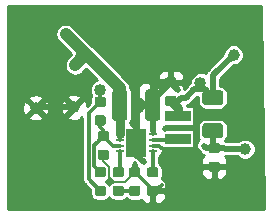
<source format=gbr>
G04 #@! TF.GenerationSoftware,KiCad,Pcbnew,5.0.2-bee76a0~70~ubuntu18.04.1*
G04 #@! TF.CreationDate,2019-11-23T09:43:01-08:00*
G04 #@! TF.ProjectId,switcher,73776974-6368-4657-922e-6b696361645f,rev?*
G04 #@! TF.SameCoordinates,Original*
G04 #@! TF.FileFunction,Copper,L1,Top*
G04 #@! TF.FilePolarity,Positive*
%FSLAX46Y46*%
G04 Gerber Fmt 4.6, Leading zero omitted, Abs format (unit mm)*
G04 Created by KiCad (PCBNEW 5.0.2-bee76a0~70~ubuntu18.04.1) date Sat 23 Nov 2019 09:43:01 AM PST*
%MOMM*%
%LPD*%
G01*
G04 APERTURE LIST*
G04 #@! TA.AperFunction,ComponentPad*
%ADD10C,1.000000*%
G04 #@! TD*
G04 #@! TA.AperFunction,Conductor*
%ADD11C,0.100000*%
G04 #@! TD*
G04 #@! TA.AperFunction,SMDPad,CuDef*
%ADD12C,0.875000*%
G04 #@! TD*
G04 #@! TA.AperFunction,SMDPad,CuDef*
%ADD13R,2.300000X0.850000*%
G04 #@! TD*
G04 #@! TA.AperFunction,SMDPad,CuDef*
%ADD14C,1.250000*%
G04 #@! TD*
G04 #@! TA.AperFunction,SMDPad,CuDef*
%ADD15R,1.660000X2.380000*%
G04 #@! TD*
G04 #@! TA.AperFunction,SMDPad,CuDef*
%ADD16R,0.700000X0.250000*%
G04 #@! TD*
G04 #@! TA.AperFunction,ViaPad*
%ADD17C,1.016000*%
G04 #@! TD*
G04 #@! TA.AperFunction,Conductor*
%ADD18C,0.508000*%
G04 #@! TD*
G04 #@! TA.AperFunction,Conductor*
%ADD19C,0.304800*%
G04 #@! TD*
G04 #@! TA.AperFunction,Conductor*
%ADD20C,1.270000*%
G04 #@! TD*
G04 #@! TA.AperFunction,Conductor*
%ADD21C,0.203200*%
G04 #@! TD*
G04 #@! TA.AperFunction,Conductor*
%ADD22C,0.762000*%
G04 #@! TD*
G04 #@! TA.AperFunction,Conductor*
%ADD23C,1.016000*%
G04 #@! TD*
G04 #@! TA.AperFunction,Conductor*
%ADD24C,0.254000*%
G04 #@! TD*
G04 APERTURE END LIST*
D10*
G04 #@! TO.P,GND,1*
G04 #@! TO.N,GND*
X78750000Y-84250000D03*
G04 #@! TD*
G04 #@! TO.P,VCore,1*
G04 #@! TO.N,Net-(C10-Pad1)*
X95500000Y-79750000D03*
G04 #@! TD*
G04 #@! TO.P,VPLL,1*
G04 #@! TO.N,Net-(C11-Pad1)*
X96500000Y-87750000D03*
G04 #@! TD*
D11*
G04 #@! TO.N,Net-(C4-Pad1)*
G04 #@! TO.C,C4*
G36*
X87418691Y-90844053D02*
X87439926Y-90847203D01*
X87460750Y-90852419D01*
X87480962Y-90859651D01*
X87500368Y-90868830D01*
X87518781Y-90879866D01*
X87536024Y-90892654D01*
X87551930Y-90907070D01*
X87566346Y-90922976D01*
X87579134Y-90940219D01*
X87590170Y-90958632D01*
X87599349Y-90978038D01*
X87606581Y-90998250D01*
X87611797Y-91019074D01*
X87614947Y-91040309D01*
X87616000Y-91061750D01*
X87616000Y-91499250D01*
X87614947Y-91520691D01*
X87611797Y-91541926D01*
X87606581Y-91562750D01*
X87599349Y-91582962D01*
X87590170Y-91602368D01*
X87579134Y-91620781D01*
X87566346Y-91638024D01*
X87551930Y-91653930D01*
X87536024Y-91668346D01*
X87518781Y-91681134D01*
X87500368Y-91692170D01*
X87480962Y-91701349D01*
X87460750Y-91708581D01*
X87439926Y-91713797D01*
X87418691Y-91716947D01*
X87397250Y-91718000D01*
X86884750Y-91718000D01*
X86863309Y-91716947D01*
X86842074Y-91713797D01*
X86821250Y-91708581D01*
X86801038Y-91701349D01*
X86781632Y-91692170D01*
X86763219Y-91681134D01*
X86745976Y-91668346D01*
X86730070Y-91653930D01*
X86715654Y-91638024D01*
X86702866Y-91620781D01*
X86691830Y-91602368D01*
X86682651Y-91582962D01*
X86675419Y-91562750D01*
X86670203Y-91541926D01*
X86667053Y-91520691D01*
X86666000Y-91499250D01*
X86666000Y-91061750D01*
X86667053Y-91040309D01*
X86670203Y-91019074D01*
X86675419Y-90998250D01*
X86682651Y-90978038D01*
X86691830Y-90958632D01*
X86702866Y-90940219D01*
X86715654Y-90922976D01*
X86730070Y-90907070D01*
X86745976Y-90892654D01*
X86763219Y-90879866D01*
X86781632Y-90868830D01*
X86801038Y-90859651D01*
X86821250Y-90852419D01*
X86842074Y-90847203D01*
X86863309Y-90844053D01*
X86884750Y-90843000D01*
X87397250Y-90843000D01*
X87418691Y-90844053D01*
X87418691Y-90844053D01*
G37*
D12*
G04 #@! TD*
G04 #@! TO.P,C4,1*
G04 #@! TO.N,Net-(C4-Pad1)*
X87141000Y-91280500D03*
D11*
G04 #@! TO.N,GND*
G04 #@! TO.C,C4*
G36*
X87418691Y-89269053D02*
X87439926Y-89272203D01*
X87460750Y-89277419D01*
X87480962Y-89284651D01*
X87500368Y-89293830D01*
X87518781Y-89304866D01*
X87536024Y-89317654D01*
X87551930Y-89332070D01*
X87566346Y-89347976D01*
X87579134Y-89365219D01*
X87590170Y-89383632D01*
X87599349Y-89403038D01*
X87606581Y-89423250D01*
X87611797Y-89444074D01*
X87614947Y-89465309D01*
X87616000Y-89486750D01*
X87616000Y-89924250D01*
X87614947Y-89945691D01*
X87611797Y-89966926D01*
X87606581Y-89987750D01*
X87599349Y-90007962D01*
X87590170Y-90027368D01*
X87579134Y-90045781D01*
X87566346Y-90063024D01*
X87551930Y-90078930D01*
X87536024Y-90093346D01*
X87518781Y-90106134D01*
X87500368Y-90117170D01*
X87480962Y-90126349D01*
X87460750Y-90133581D01*
X87439926Y-90138797D01*
X87418691Y-90141947D01*
X87397250Y-90143000D01*
X86884750Y-90143000D01*
X86863309Y-90141947D01*
X86842074Y-90138797D01*
X86821250Y-90133581D01*
X86801038Y-90126349D01*
X86781632Y-90117170D01*
X86763219Y-90106134D01*
X86745976Y-90093346D01*
X86730070Y-90078930D01*
X86715654Y-90063024D01*
X86702866Y-90045781D01*
X86691830Y-90027368D01*
X86682651Y-90007962D01*
X86675419Y-89987750D01*
X86670203Y-89966926D01*
X86667053Y-89945691D01*
X86666000Y-89924250D01*
X86666000Y-89486750D01*
X86667053Y-89465309D01*
X86670203Y-89444074D01*
X86675419Y-89423250D01*
X86682651Y-89403038D01*
X86691830Y-89383632D01*
X86702866Y-89365219D01*
X86715654Y-89347976D01*
X86730070Y-89332070D01*
X86745976Y-89317654D01*
X86763219Y-89304866D01*
X86781632Y-89293830D01*
X86801038Y-89284651D01*
X86821250Y-89277419D01*
X86842074Y-89272203D01*
X86863309Y-89269053D01*
X86884750Y-89268000D01*
X87397250Y-89268000D01*
X87418691Y-89269053D01*
X87418691Y-89269053D01*
G37*
D12*
G04 #@! TD*
G04 #@! TO.P,C4,2*
G04 #@! TO.N,GND*
X87141000Y-89705500D03*
D11*
G04 #@! TO.N,Net-(C9-Pad2)*
G04 #@! TO.C,C9*
G36*
X84497691Y-89269053D02*
X84518926Y-89272203D01*
X84539750Y-89277419D01*
X84559962Y-89284651D01*
X84579368Y-89293830D01*
X84597781Y-89304866D01*
X84615024Y-89317654D01*
X84630930Y-89332070D01*
X84645346Y-89347976D01*
X84658134Y-89365219D01*
X84669170Y-89383632D01*
X84678349Y-89403038D01*
X84685581Y-89423250D01*
X84690797Y-89444074D01*
X84693947Y-89465309D01*
X84695000Y-89486750D01*
X84695000Y-89924250D01*
X84693947Y-89945691D01*
X84690797Y-89966926D01*
X84685581Y-89987750D01*
X84678349Y-90007962D01*
X84669170Y-90027368D01*
X84658134Y-90045781D01*
X84645346Y-90063024D01*
X84630930Y-90078930D01*
X84615024Y-90093346D01*
X84597781Y-90106134D01*
X84579368Y-90117170D01*
X84559962Y-90126349D01*
X84539750Y-90133581D01*
X84518926Y-90138797D01*
X84497691Y-90141947D01*
X84476250Y-90143000D01*
X83963750Y-90143000D01*
X83942309Y-90141947D01*
X83921074Y-90138797D01*
X83900250Y-90133581D01*
X83880038Y-90126349D01*
X83860632Y-90117170D01*
X83842219Y-90106134D01*
X83824976Y-90093346D01*
X83809070Y-90078930D01*
X83794654Y-90063024D01*
X83781866Y-90045781D01*
X83770830Y-90027368D01*
X83761651Y-90007962D01*
X83754419Y-89987750D01*
X83749203Y-89966926D01*
X83746053Y-89945691D01*
X83745000Y-89924250D01*
X83745000Y-89486750D01*
X83746053Y-89465309D01*
X83749203Y-89444074D01*
X83754419Y-89423250D01*
X83761651Y-89403038D01*
X83770830Y-89383632D01*
X83781866Y-89365219D01*
X83794654Y-89347976D01*
X83809070Y-89332070D01*
X83824976Y-89317654D01*
X83842219Y-89304866D01*
X83860632Y-89293830D01*
X83880038Y-89284651D01*
X83900250Y-89277419D01*
X83921074Y-89272203D01*
X83942309Y-89269053D01*
X83963750Y-89268000D01*
X84476250Y-89268000D01*
X84497691Y-89269053D01*
X84497691Y-89269053D01*
G37*
D12*
G04 #@! TD*
G04 #@! TO.P,C9,2*
G04 #@! TO.N,Net-(C9-Pad2)*
X84220000Y-89705500D03*
D11*
G04 #@! TO.N,Net-(C10-Pad1)*
G04 #@! TO.C,C9*
G36*
X84497691Y-90844053D02*
X84518926Y-90847203D01*
X84539750Y-90852419D01*
X84559962Y-90859651D01*
X84579368Y-90868830D01*
X84597781Y-90879866D01*
X84615024Y-90892654D01*
X84630930Y-90907070D01*
X84645346Y-90922976D01*
X84658134Y-90940219D01*
X84669170Y-90958632D01*
X84678349Y-90978038D01*
X84685581Y-90998250D01*
X84690797Y-91019074D01*
X84693947Y-91040309D01*
X84695000Y-91061750D01*
X84695000Y-91499250D01*
X84693947Y-91520691D01*
X84690797Y-91541926D01*
X84685581Y-91562750D01*
X84678349Y-91582962D01*
X84669170Y-91602368D01*
X84658134Y-91620781D01*
X84645346Y-91638024D01*
X84630930Y-91653930D01*
X84615024Y-91668346D01*
X84597781Y-91681134D01*
X84579368Y-91692170D01*
X84559962Y-91701349D01*
X84539750Y-91708581D01*
X84518926Y-91713797D01*
X84497691Y-91716947D01*
X84476250Y-91718000D01*
X83963750Y-91718000D01*
X83942309Y-91716947D01*
X83921074Y-91713797D01*
X83900250Y-91708581D01*
X83880038Y-91701349D01*
X83860632Y-91692170D01*
X83842219Y-91681134D01*
X83824976Y-91668346D01*
X83809070Y-91653930D01*
X83794654Y-91638024D01*
X83781866Y-91620781D01*
X83770830Y-91602368D01*
X83761651Y-91582962D01*
X83754419Y-91562750D01*
X83749203Y-91541926D01*
X83746053Y-91520691D01*
X83745000Y-91499250D01*
X83745000Y-91061750D01*
X83746053Y-91040309D01*
X83749203Y-91019074D01*
X83754419Y-90998250D01*
X83761651Y-90978038D01*
X83770830Y-90958632D01*
X83781866Y-90940219D01*
X83794654Y-90922976D01*
X83809070Y-90907070D01*
X83824976Y-90892654D01*
X83842219Y-90879866D01*
X83860632Y-90868830D01*
X83880038Y-90859651D01*
X83900250Y-90852419D01*
X83921074Y-90847203D01*
X83942309Y-90844053D01*
X83963750Y-90843000D01*
X84476250Y-90843000D01*
X84497691Y-90844053D01*
X84497691Y-90844053D01*
G37*
D12*
G04 #@! TD*
G04 #@! TO.P,C9,1*
G04 #@! TO.N,Net-(C10-Pad1)*
X84220000Y-91280500D03*
D13*
G04 #@! TO.P,L1,2*
G04 #@! TO.N,Net-(C10-Pad1)*
X90824000Y-84946000D03*
G04 #@! TO.P,L1,1*
G04 #@! TO.N,Net-(L1-Pad1)*
X90824000Y-86896000D03*
G04 #@! TD*
D11*
G04 #@! TO.N,Net-(C11-Pad1)*
G04 #@! TO.C,L2*
G36*
X94394504Y-85554204D02*
X94418773Y-85557804D01*
X94442571Y-85563765D01*
X94465671Y-85572030D01*
X94487849Y-85582520D01*
X94508893Y-85595133D01*
X94528598Y-85609747D01*
X94546777Y-85626223D01*
X94563253Y-85644402D01*
X94577867Y-85664107D01*
X94590480Y-85685151D01*
X94600970Y-85707329D01*
X94609235Y-85730429D01*
X94615196Y-85754227D01*
X94618796Y-85778496D01*
X94620000Y-85803000D01*
X94620000Y-86553000D01*
X94618796Y-86577504D01*
X94615196Y-86601773D01*
X94609235Y-86625571D01*
X94600970Y-86648671D01*
X94590480Y-86670849D01*
X94577867Y-86691893D01*
X94563253Y-86711598D01*
X94546777Y-86729777D01*
X94528598Y-86746253D01*
X94508893Y-86760867D01*
X94487849Y-86773480D01*
X94465671Y-86783970D01*
X94442571Y-86792235D01*
X94418773Y-86798196D01*
X94394504Y-86801796D01*
X94370000Y-86803000D01*
X93120000Y-86803000D01*
X93095496Y-86801796D01*
X93071227Y-86798196D01*
X93047429Y-86792235D01*
X93024329Y-86783970D01*
X93002151Y-86773480D01*
X92981107Y-86760867D01*
X92961402Y-86746253D01*
X92943223Y-86729777D01*
X92926747Y-86711598D01*
X92912133Y-86691893D01*
X92899520Y-86670849D01*
X92889030Y-86648671D01*
X92880765Y-86625571D01*
X92874804Y-86601773D01*
X92871204Y-86577504D01*
X92870000Y-86553000D01*
X92870000Y-85803000D01*
X92871204Y-85778496D01*
X92874804Y-85754227D01*
X92880765Y-85730429D01*
X92889030Y-85707329D01*
X92899520Y-85685151D01*
X92912133Y-85664107D01*
X92926747Y-85644402D01*
X92943223Y-85626223D01*
X92961402Y-85609747D01*
X92981107Y-85595133D01*
X93002151Y-85582520D01*
X93024329Y-85572030D01*
X93047429Y-85563765D01*
X93071227Y-85557804D01*
X93095496Y-85554204D01*
X93120000Y-85553000D01*
X94370000Y-85553000D01*
X94394504Y-85554204D01*
X94394504Y-85554204D01*
G37*
D14*
G04 #@! TD*
G04 #@! TO.P,L2,2*
G04 #@! TO.N,Net-(C11-Pad1)*
X93745000Y-86178000D03*
D11*
G04 #@! TO.N,Net-(C10-Pad1)*
G04 #@! TO.C,L2*
G36*
X94394504Y-82754204D02*
X94418773Y-82757804D01*
X94442571Y-82763765D01*
X94465671Y-82772030D01*
X94487849Y-82782520D01*
X94508893Y-82795133D01*
X94528598Y-82809747D01*
X94546777Y-82826223D01*
X94563253Y-82844402D01*
X94577867Y-82864107D01*
X94590480Y-82885151D01*
X94600970Y-82907329D01*
X94609235Y-82930429D01*
X94615196Y-82954227D01*
X94618796Y-82978496D01*
X94620000Y-83003000D01*
X94620000Y-83753000D01*
X94618796Y-83777504D01*
X94615196Y-83801773D01*
X94609235Y-83825571D01*
X94600970Y-83848671D01*
X94590480Y-83870849D01*
X94577867Y-83891893D01*
X94563253Y-83911598D01*
X94546777Y-83929777D01*
X94528598Y-83946253D01*
X94508893Y-83960867D01*
X94487849Y-83973480D01*
X94465671Y-83983970D01*
X94442571Y-83992235D01*
X94418773Y-83998196D01*
X94394504Y-84001796D01*
X94370000Y-84003000D01*
X93120000Y-84003000D01*
X93095496Y-84001796D01*
X93071227Y-83998196D01*
X93047429Y-83992235D01*
X93024329Y-83983970D01*
X93002151Y-83973480D01*
X92981107Y-83960867D01*
X92961402Y-83946253D01*
X92943223Y-83929777D01*
X92926747Y-83911598D01*
X92912133Y-83891893D01*
X92899520Y-83870849D01*
X92889030Y-83848671D01*
X92880765Y-83825571D01*
X92874804Y-83801773D01*
X92871204Y-83777504D01*
X92870000Y-83753000D01*
X92870000Y-83003000D01*
X92871204Y-82978496D01*
X92874804Y-82954227D01*
X92880765Y-82930429D01*
X92889030Y-82907329D01*
X92899520Y-82885151D01*
X92912133Y-82864107D01*
X92926747Y-82844402D01*
X92943223Y-82826223D01*
X92961402Y-82809747D01*
X92981107Y-82795133D01*
X93002151Y-82782520D01*
X93024329Y-82772030D01*
X93047429Y-82763765D01*
X93071227Y-82757804D01*
X93095496Y-82754204D01*
X93120000Y-82753000D01*
X94370000Y-82753000D01*
X94394504Y-82754204D01*
X94394504Y-82754204D01*
G37*
D14*
G04 #@! TD*
G04 #@! TO.P,L2,1*
G04 #@! TO.N,Net-(C10-Pad1)*
X93745000Y-83378000D03*
D11*
G04 #@! TO.N,Net-(C4-Pad1)*
G04 #@! TO.C,R2*
G36*
X86027691Y-90844053D02*
X86048926Y-90847203D01*
X86069750Y-90852419D01*
X86089962Y-90859651D01*
X86109368Y-90868830D01*
X86127781Y-90879866D01*
X86145024Y-90892654D01*
X86160930Y-90907070D01*
X86175346Y-90922976D01*
X86188134Y-90940219D01*
X86199170Y-90958632D01*
X86208349Y-90978038D01*
X86215581Y-90998250D01*
X86220797Y-91019074D01*
X86223947Y-91040309D01*
X86225000Y-91061750D01*
X86225000Y-91499250D01*
X86223947Y-91520691D01*
X86220797Y-91541926D01*
X86215581Y-91562750D01*
X86208349Y-91582962D01*
X86199170Y-91602368D01*
X86188134Y-91620781D01*
X86175346Y-91638024D01*
X86160930Y-91653930D01*
X86145024Y-91668346D01*
X86127781Y-91681134D01*
X86109368Y-91692170D01*
X86089962Y-91701349D01*
X86069750Y-91708581D01*
X86048926Y-91713797D01*
X86027691Y-91716947D01*
X86006250Y-91718000D01*
X85493750Y-91718000D01*
X85472309Y-91716947D01*
X85451074Y-91713797D01*
X85430250Y-91708581D01*
X85410038Y-91701349D01*
X85390632Y-91692170D01*
X85372219Y-91681134D01*
X85354976Y-91668346D01*
X85339070Y-91653930D01*
X85324654Y-91638024D01*
X85311866Y-91620781D01*
X85300830Y-91602368D01*
X85291651Y-91582962D01*
X85284419Y-91562750D01*
X85279203Y-91541926D01*
X85276053Y-91520691D01*
X85275000Y-91499250D01*
X85275000Y-91061750D01*
X85276053Y-91040309D01*
X85279203Y-91019074D01*
X85284419Y-90998250D01*
X85291651Y-90978038D01*
X85300830Y-90958632D01*
X85311866Y-90940219D01*
X85324654Y-90922976D01*
X85339070Y-90907070D01*
X85354976Y-90892654D01*
X85372219Y-90879866D01*
X85390632Y-90868830D01*
X85410038Y-90859651D01*
X85430250Y-90852419D01*
X85451074Y-90847203D01*
X85472309Y-90844053D01*
X85493750Y-90843000D01*
X86006250Y-90843000D01*
X86027691Y-90844053D01*
X86027691Y-90844053D01*
G37*
D12*
G04 #@! TD*
G04 #@! TO.P,R2,1*
G04 #@! TO.N,Net-(C4-Pad1)*
X85750000Y-91280500D03*
D11*
G04 #@! TO.N,Net-(R2-Pad2)*
G04 #@! TO.C,R2*
G36*
X86027691Y-89269053D02*
X86048926Y-89272203D01*
X86069750Y-89277419D01*
X86089962Y-89284651D01*
X86109368Y-89293830D01*
X86127781Y-89304866D01*
X86145024Y-89317654D01*
X86160930Y-89332070D01*
X86175346Y-89347976D01*
X86188134Y-89365219D01*
X86199170Y-89383632D01*
X86208349Y-89403038D01*
X86215581Y-89423250D01*
X86220797Y-89444074D01*
X86223947Y-89465309D01*
X86225000Y-89486750D01*
X86225000Y-89924250D01*
X86223947Y-89945691D01*
X86220797Y-89966926D01*
X86215581Y-89987750D01*
X86208349Y-90007962D01*
X86199170Y-90027368D01*
X86188134Y-90045781D01*
X86175346Y-90063024D01*
X86160930Y-90078930D01*
X86145024Y-90093346D01*
X86127781Y-90106134D01*
X86109368Y-90117170D01*
X86089962Y-90126349D01*
X86069750Y-90133581D01*
X86048926Y-90138797D01*
X86027691Y-90141947D01*
X86006250Y-90143000D01*
X85493750Y-90143000D01*
X85472309Y-90141947D01*
X85451074Y-90138797D01*
X85430250Y-90133581D01*
X85410038Y-90126349D01*
X85390632Y-90117170D01*
X85372219Y-90106134D01*
X85354976Y-90093346D01*
X85339070Y-90078930D01*
X85324654Y-90063024D01*
X85311866Y-90045781D01*
X85300830Y-90027368D01*
X85291651Y-90007962D01*
X85284419Y-89987750D01*
X85279203Y-89966926D01*
X85276053Y-89945691D01*
X85275000Y-89924250D01*
X85275000Y-89486750D01*
X85276053Y-89465309D01*
X85279203Y-89444074D01*
X85284419Y-89423250D01*
X85291651Y-89403038D01*
X85300830Y-89383632D01*
X85311866Y-89365219D01*
X85324654Y-89347976D01*
X85339070Y-89332070D01*
X85354976Y-89317654D01*
X85372219Y-89304866D01*
X85390632Y-89293830D01*
X85410038Y-89284651D01*
X85430250Y-89277419D01*
X85451074Y-89272203D01*
X85472309Y-89269053D01*
X85493750Y-89268000D01*
X86006250Y-89268000D01*
X86027691Y-89269053D01*
X86027691Y-89269053D01*
G37*
D12*
G04 #@! TD*
G04 #@! TO.P,R2,2*
G04 #@! TO.N,Net-(R2-Pad2)*
X85750000Y-89705500D03*
D11*
G04 #@! TO.N,Net-(R3-Pad2)*
G04 #@! TO.C,R3*
G36*
X88942691Y-89269053D02*
X88963926Y-89272203D01*
X88984750Y-89277419D01*
X89004962Y-89284651D01*
X89024368Y-89293830D01*
X89042781Y-89304866D01*
X89060024Y-89317654D01*
X89075930Y-89332070D01*
X89090346Y-89347976D01*
X89103134Y-89365219D01*
X89114170Y-89383632D01*
X89123349Y-89403038D01*
X89130581Y-89423250D01*
X89135797Y-89444074D01*
X89138947Y-89465309D01*
X89140000Y-89486750D01*
X89140000Y-89924250D01*
X89138947Y-89945691D01*
X89135797Y-89966926D01*
X89130581Y-89987750D01*
X89123349Y-90007962D01*
X89114170Y-90027368D01*
X89103134Y-90045781D01*
X89090346Y-90063024D01*
X89075930Y-90078930D01*
X89060024Y-90093346D01*
X89042781Y-90106134D01*
X89024368Y-90117170D01*
X89004962Y-90126349D01*
X88984750Y-90133581D01*
X88963926Y-90138797D01*
X88942691Y-90141947D01*
X88921250Y-90143000D01*
X88408750Y-90143000D01*
X88387309Y-90141947D01*
X88366074Y-90138797D01*
X88345250Y-90133581D01*
X88325038Y-90126349D01*
X88305632Y-90117170D01*
X88287219Y-90106134D01*
X88269976Y-90093346D01*
X88254070Y-90078930D01*
X88239654Y-90063024D01*
X88226866Y-90045781D01*
X88215830Y-90027368D01*
X88206651Y-90007962D01*
X88199419Y-89987750D01*
X88194203Y-89966926D01*
X88191053Y-89945691D01*
X88190000Y-89924250D01*
X88190000Y-89486750D01*
X88191053Y-89465309D01*
X88194203Y-89444074D01*
X88199419Y-89423250D01*
X88206651Y-89403038D01*
X88215830Y-89383632D01*
X88226866Y-89365219D01*
X88239654Y-89347976D01*
X88254070Y-89332070D01*
X88269976Y-89317654D01*
X88287219Y-89304866D01*
X88305632Y-89293830D01*
X88325038Y-89284651D01*
X88345250Y-89277419D01*
X88366074Y-89272203D01*
X88387309Y-89269053D01*
X88408750Y-89268000D01*
X88921250Y-89268000D01*
X88942691Y-89269053D01*
X88942691Y-89269053D01*
G37*
D12*
G04 #@! TD*
G04 #@! TO.P,R3,2*
G04 #@! TO.N,Net-(R3-Pad2)*
X88665000Y-89705500D03*
D11*
G04 #@! TO.N,GND*
G04 #@! TO.C,R3*
G36*
X88942691Y-90844053D02*
X88963926Y-90847203D01*
X88984750Y-90852419D01*
X89004962Y-90859651D01*
X89024368Y-90868830D01*
X89042781Y-90879866D01*
X89060024Y-90892654D01*
X89075930Y-90907070D01*
X89090346Y-90922976D01*
X89103134Y-90940219D01*
X89114170Y-90958632D01*
X89123349Y-90978038D01*
X89130581Y-90998250D01*
X89135797Y-91019074D01*
X89138947Y-91040309D01*
X89140000Y-91061750D01*
X89140000Y-91499250D01*
X89138947Y-91520691D01*
X89135797Y-91541926D01*
X89130581Y-91562750D01*
X89123349Y-91582962D01*
X89114170Y-91602368D01*
X89103134Y-91620781D01*
X89090346Y-91638024D01*
X89075930Y-91653930D01*
X89060024Y-91668346D01*
X89042781Y-91681134D01*
X89024368Y-91692170D01*
X89004962Y-91701349D01*
X88984750Y-91708581D01*
X88963926Y-91713797D01*
X88942691Y-91716947D01*
X88921250Y-91718000D01*
X88408750Y-91718000D01*
X88387309Y-91716947D01*
X88366074Y-91713797D01*
X88345250Y-91708581D01*
X88325038Y-91701349D01*
X88305632Y-91692170D01*
X88287219Y-91681134D01*
X88269976Y-91668346D01*
X88254070Y-91653930D01*
X88239654Y-91638024D01*
X88226866Y-91620781D01*
X88215830Y-91602368D01*
X88206651Y-91582962D01*
X88199419Y-91562750D01*
X88194203Y-91541926D01*
X88191053Y-91520691D01*
X88190000Y-91499250D01*
X88190000Y-91061750D01*
X88191053Y-91040309D01*
X88194203Y-91019074D01*
X88199419Y-90998250D01*
X88206651Y-90978038D01*
X88215830Y-90958632D01*
X88226866Y-90940219D01*
X88239654Y-90922976D01*
X88254070Y-90907070D01*
X88269976Y-90892654D01*
X88287219Y-90879866D01*
X88305632Y-90868830D01*
X88325038Y-90859651D01*
X88345250Y-90852419D01*
X88366074Y-90847203D01*
X88387309Y-90844053D01*
X88408750Y-90843000D01*
X88921250Y-90843000D01*
X88942691Y-90844053D01*
X88942691Y-90844053D01*
G37*
D12*
G04 #@! TD*
G04 #@! TO.P,R3,1*
G04 #@! TO.N,GND*
X88665000Y-91280500D03*
D11*
G04 #@! TO.N,GND*
G04 #@! TO.C,R4*
G36*
X84751691Y-87796053D02*
X84772926Y-87799203D01*
X84793750Y-87804419D01*
X84813962Y-87811651D01*
X84833368Y-87820830D01*
X84851781Y-87831866D01*
X84869024Y-87844654D01*
X84884930Y-87859070D01*
X84899346Y-87874976D01*
X84912134Y-87892219D01*
X84923170Y-87910632D01*
X84932349Y-87930038D01*
X84939581Y-87950250D01*
X84944797Y-87971074D01*
X84947947Y-87992309D01*
X84949000Y-88013750D01*
X84949000Y-88451250D01*
X84947947Y-88472691D01*
X84944797Y-88493926D01*
X84939581Y-88514750D01*
X84932349Y-88534962D01*
X84923170Y-88554368D01*
X84912134Y-88572781D01*
X84899346Y-88590024D01*
X84884930Y-88605930D01*
X84869024Y-88620346D01*
X84851781Y-88633134D01*
X84833368Y-88644170D01*
X84813962Y-88653349D01*
X84793750Y-88660581D01*
X84772926Y-88665797D01*
X84751691Y-88668947D01*
X84730250Y-88670000D01*
X84217750Y-88670000D01*
X84196309Y-88668947D01*
X84175074Y-88665797D01*
X84154250Y-88660581D01*
X84134038Y-88653349D01*
X84114632Y-88644170D01*
X84096219Y-88633134D01*
X84078976Y-88620346D01*
X84063070Y-88605930D01*
X84048654Y-88590024D01*
X84035866Y-88572781D01*
X84024830Y-88554368D01*
X84015651Y-88534962D01*
X84008419Y-88514750D01*
X84003203Y-88493926D01*
X84000053Y-88472691D01*
X83999000Y-88451250D01*
X83999000Y-88013750D01*
X84000053Y-87992309D01*
X84003203Y-87971074D01*
X84008419Y-87950250D01*
X84015651Y-87930038D01*
X84024830Y-87910632D01*
X84035866Y-87892219D01*
X84048654Y-87874976D01*
X84063070Y-87859070D01*
X84078976Y-87844654D01*
X84096219Y-87831866D01*
X84114632Y-87820830D01*
X84134038Y-87811651D01*
X84154250Y-87804419D01*
X84175074Y-87799203D01*
X84196309Y-87796053D01*
X84217750Y-87795000D01*
X84730250Y-87795000D01*
X84751691Y-87796053D01*
X84751691Y-87796053D01*
G37*
D12*
G04 #@! TD*
G04 #@! TO.P,R4,1*
G04 #@! TO.N,GND*
X84474000Y-88232500D03*
D11*
G04 #@! TO.N,Net-(C9-Pad2)*
G04 #@! TO.C,R4*
G36*
X84751691Y-86221053D02*
X84772926Y-86224203D01*
X84793750Y-86229419D01*
X84813962Y-86236651D01*
X84833368Y-86245830D01*
X84851781Y-86256866D01*
X84869024Y-86269654D01*
X84884930Y-86284070D01*
X84899346Y-86299976D01*
X84912134Y-86317219D01*
X84923170Y-86335632D01*
X84932349Y-86355038D01*
X84939581Y-86375250D01*
X84944797Y-86396074D01*
X84947947Y-86417309D01*
X84949000Y-86438750D01*
X84949000Y-86876250D01*
X84947947Y-86897691D01*
X84944797Y-86918926D01*
X84939581Y-86939750D01*
X84932349Y-86959962D01*
X84923170Y-86979368D01*
X84912134Y-86997781D01*
X84899346Y-87015024D01*
X84884930Y-87030930D01*
X84869024Y-87045346D01*
X84851781Y-87058134D01*
X84833368Y-87069170D01*
X84813962Y-87078349D01*
X84793750Y-87085581D01*
X84772926Y-87090797D01*
X84751691Y-87093947D01*
X84730250Y-87095000D01*
X84217750Y-87095000D01*
X84196309Y-87093947D01*
X84175074Y-87090797D01*
X84154250Y-87085581D01*
X84134038Y-87078349D01*
X84114632Y-87069170D01*
X84096219Y-87058134D01*
X84078976Y-87045346D01*
X84063070Y-87030930D01*
X84048654Y-87015024D01*
X84035866Y-86997781D01*
X84024830Y-86979368D01*
X84015651Y-86959962D01*
X84008419Y-86939750D01*
X84003203Y-86918926D01*
X84000053Y-86897691D01*
X83999000Y-86876250D01*
X83999000Y-86438750D01*
X84000053Y-86417309D01*
X84003203Y-86396074D01*
X84008419Y-86375250D01*
X84015651Y-86355038D01*
X84024830Y-86335632D01*
X84035866Y-86317219D01*
X84048654Y-86299976D01*
X84063070Y-86284070D01*
X84078976Y-86269654D01*
X84096219Y-86256866D01*
X84114632Y-86245830D01*
X84134038Y-86236651D01*
X84154250Y-86229419D01*
X84175074Y-86224203D01*
X84196309Y-86221053D01*
X84217750Y-86220000D01*
X84730250Y-86220000D01*
X84751691Y-86221053D01*
X84751691Y-86221053D01*
G37*
D12*
G04 #@! TD*
G04 #@! TO.P,R4,2*
G04 #@! TO.N,Net-(C9-Pad2)*
X84474000Y-86657500D03*
D11*
G04 #@! TO.N,Net-(C9-Pad2)*
G04 #@! TO.C,R5*
G36*
X84497691Y-84875053D02*
X84518926Y-84878203D01*
X84539750Y-84883419D01*
X84559962Y-84890651D01*
X84579368Y-84899830D01*
X84597781Y-84910866D01*
X84615024Y-84923654D01*
X84630930Y-84938070D01*
X84645346Y-84953976D01*
X84658134Y-84971219D01*
X84669170Y-84989632D01*
X84678349Y-85009038D01*
X84685581Y-85029250D01*
X84690797Y-85050074D01*
X84693947Y-85071309D01*
X84695000Y-85092750D01*
X84695000Y-85530250D01*
X84693947Y-85551691D01*
X84690797Y-85572926D01*
X84685581Y-85593750D01*
X84678349Y-85613962D01*
X84669170Y-85633368D01*
X84658134Y-85651781D01*
X84645346Y-85669024D01*
X84630930Y-85684930D01*
X84615024Y-85699346D01*
X84597781Y-85712134D01*
X84579368Y-85723170D01*
X84559962Y-85732349D01*
X84539750Y-85739581D01*
X84518926Y-85744797D01*
X84497691Y-85747947D01*
X84476250Y-85749000D01*
X83963750Y-85749000D01*
X83942309Y-85747947D01*
X83921074Y-85744797D01*
X83900250Y-85739581D01*
X83880038Y-85732349D01*
X83860632Y-85723170D01*
X83842219Y-85712134D01*
X83824976Y-85699346D01*
X83809070Y-85684930D01*
X83794654Y-85669024D01*
X83781866Y-85651781D01*
X83770830Y-85633368D01*
X83761651Y-85613962D01*
X83754419Y-85593750D01*
X83749203Y-85572926D01*
X83746053Y-85551691D01*
X83745000Y-85530250D01*
X83745000Y-85092750D01*
X83746053Y-85071309D01*
X83749203Y-85050074D01*
X83754419Y-85029250D01*
X83761651Y-85009038D01*
X83770830Y-84989632D01*
X83781866Y-84971219D01*
X83794654Y-84953976D01*
X83809070Y-84938070D01*
X83824976Y-84923654D01*
X83842219Y-84910866D01*
X83860632Y-84899830D01*
X83880038Y-84890651D01*
X83900250Y-84883419D01*
X83921074Y-84878203D01*
X83942309Y-84875053D01*
X83963750Y-84874000D01*
X84476250Y-84874000D01*
X84497691Y-84875053D01*
X84497691Y-84875053D01*
G37*
D12*
G04 #@! TD*
G04 #@! TO.P,R5,2*
G04 #@! TO.N,Net-(C9-Pad2)*
X84220000Y-85311500D03*
D11*
G04 #@! TO.N,Net-(C10-Pad1)*
G04 #@! TO.C,R5*
G36*
X84497691Y-83300053D02*
X84518926Y-83303203D01*
X84539750Y-83308419D01*
X84559962Y-83315651D01*
X84579368Y-83324830D01*
X84597781Y-83335866D01*
X84615024Y-83348654D01*
X84630930Y-83363070D01*
X84645346Y-83378976D01*
X84658134Y-83396219D01*
X84669170Y-83414632D01*
X84678349Y-83434038D01*
X84685581Y-83454250D01*
X84690797Y-83475074D01*
X84693947Y-83496309D01*
X84695000Y-83517750D01*
X84695000Y-83955250D01*
X84693947Y-83976691D01*
X84690797Y-83997926D01*
X84685581Y-84018750D01*
X84678349Y-84038962D01*
X84669170Y-84058368D01*
X84658134Y-84076781D01*
X84645346Y-84094024D01*
X84630930Y-84109930D01*
X84615024Y-84124346D01*
X84597781Y-84137134D01*
X84579368Y-84148170D01*
X84559962Y-84157349D01*
X84539750Y-84164581D01*
X84518926Y-84169797D01*
X84497691Y-84172947D01*
X84476250Y-84174000D01*
X83963750Y-84174000D01*
X83942309Y-84172947D01*
X83921074Y-84169797D01*
X83900250Y-84164581D01*
X83880038Y-84157349D01*
X83860632Y-84148170D01*
X83842219Y-84137134D01*
X83824976Y-84124346D01*
X83809070Y-84109930D01*
X83794654Y-84094024D01*
X83781866Y-84076781D01*
X83770830Y-84058368D01*
X83761651Y-84038962D01*
X83754419Y-84018750D01*
X83749203Y-83997926D01*
X83746053Y-83976691D01*
X83745000Y-83955250D01*
X83745000Y-83517750D01*
X83746053Y-83496309D01*
X83749203Y-83475074D01*
X83754419Y-83454250D01*
X83761651Y-83434038D01*
X83770830Y-83414632D01*
X83781866Y-83396219D01*
X83794654Y-83378976D01*
X83809070Y-83363070D01*
X83824976Y-83348654D01*
X83842219Y-83335866D01*
X83860632Y-83324830D01*
X83880038Y-83315651D01*
X83900250Y-83308419D01*
X83921074Y-83303203D01*
X83942309Y-83300053D01*
X83963750Y-83299000D01*
X84476250Y-83299000D01*
X84497691Y-83300053D01*
X84497691Y-83300053D01*
G37*
D12*
G04 #@! TD*
G04 #@! TO.P,R5,1*
G04 #@! TO.N,Net-(C10-Pad1)*
X84220000Y-83736500D03*
D15*
G04 #@! TO.P,U2,9*
G04 #@! TO.N,GND*
X87268000Y-87191000D03*
D16*
G04 #@! TO.P,U2,8*
G04 #@! TO.N,Net-(R2-Pad2)*
X85868000Y-87941000D03*
G04 #@! TO.P,U2,7*
G04 #@! TO.N,Net-(C9-Pad2)*
X85868000Y-87441000D03*
G04 #@! TO.P,U2,6*
G04 #@! TO.N,+5V*
X85868000Y-86941000D03*
G04 #@! TO.P,U2,5*
X85868000Y-86441000D03*
G04 #@! TO.P,U2,4*
G04 #@! TO.N,GND*
X88668000Y-86441000D03*
G04 #@! TO.P,U2,3*
G04 #@! TO.N,Net-(L1-Pad1)*
X88668000Y-86941000D03*
G04 #@! TO.P,U2,2*
G04 #@! TO.N,GND*
X88668000Y-87441000D03*
G04 #@! TO.P,U2,1*
G04 #@! TO.N,Net-(R3-Pad2)*
X88668000Y-87941000D03*
G04 #@! TD*
D11*
G04 #@! TO.N,GND*
G04 #@! TO.C,C6*
G36*
X89067504Y-82692204D02*
X89091773Y-82695804D01*
X89115571Y-82701765D01*
X89138671Y-82710030D01*
X89160849Y-82720520D01*
X89181893Y-82733133D01*
X89201598Y-82747747D01*
X89219777Y-82764223D01*
X89236253Y-82782402D01*
X89250867Y-82802107D01*
X89263480Y-82823151D01*
X89273970Y-82845329D01*
X89282235Y-82868429D01*
X89288196Y-82892227D01*
X89291796Y-82916496D01*
X89293000Y-82941000D01*
X89293000Y-85091000D01*
X89291796Y-85115504D01*
X89288196Y-85139773D01*
X89282235Y-85163571D01*
X89273970Y-85186671D01*
X89263480Y-85208849D01*
X89250867Y-85229893D01*
X89236253Y-85249598D01*
X89219777Y-85267777D01*
X89201598Y-85284253D01*
X89181893Y-85298867D01*
X89160849Y-85311480D01*
X89138671Y-85321970D01*
X89115571Y-85330235D01*
X89091773Y-85336196D01*
X89067504Y-85339796D01*
X89043000Y-85341000D01*
X88293000Y-85341000D01*
X88268496Y-85339796D01*
X88244227Y-85336196D01*
X88220429Y-85330235D01*
X88197329Y-85321970D01*
X88175151Y-85311480D01*
X88154107Y-85298867D01*
X88134402Y-85284253D01*
X88116223Y-85267777D01*
X88099747Y-85249598D01*
X88085133Y-85229893D01*
X88072520Y-85208849D01*
X88062030Y-85186671D01*
X88053765Y-85163571D01*
X88047804Y-85139773D01*
X88044204Y-85115504D01*
X88043000Y-85091000D01*
X88043000Y-82941000D01*
X88044204Y-82916496D01*
X88047804Y-82892227D01*
X88053765Y-82868429D01*
X88062030Y-82845329D01*
X88072520Y-82823151D01*
X88085133Y-82802107D01*
X88099747Y-82782402D01*
X88116223Y-82764223D01*
X88134402Y-82747747D01*
X88154107Y-82733133D01*
X88175151Y-82720520D01*
X88197329Y-82710030D01*
X88220429Y-82701765D01*
X88244227Y-82695804D01*
X88268496Y-82692204D01*
X88293000Y-82691000D01*
X89043000Y-82691000D01*
X89067504Y-82692204D01*
X89067504Y-82692204D01*
G37*
D14*
G04 #@! TD*
G04 #@! TO.P,C6,2*
G04 #@! TO.N,GND*
X88668000Y-84016000D03*
D11*
G04 #@! TO.N,+5V*
G04 #@! TO.C,C6*
G36*
X86267504Y-82692204D02*
X86291773Y-82695804D01*
X86315571Y-82701765D01*
X86338671Y-82710030D01*
X86360849Y-82720520D01*
X86381893Y-82733133D01*
X86401598Y-82747747D01*
X86419777Y-82764223D01*
X86436253Y-82782402D01*
X86450867Y-82802107D01*
X86463480Y-82823151D01*
X86473970Y-82845329D01*
X86482235Y-82868429D01*
X86488196Y-82892227D01*
X86491796Y-82916496D01*
X86493000Y-82941000D01*
X86493000Y-85091000D01*
X86491796Y-85115504D01*
X86488196Y-85139773D01*
X86482235Y-85163571D01*
X86473970Y-85186671D01*
X86463480Y-85208849D01*
X86450867Y-85229893D01*
X86436253Y-85249598D01*
X86419777Y-85267777D01*
X86401598Y-85284253D01*
X86381893Y-85298867D01*
X86360849Y-85311480D01*
X86338671Y-85321970D01*
X86315571Y-85330235D01*
X86291773Y-85336196D01*
X86267504Y-85339796D01*
X86243000Y-85341000D01*
X85493000Y-85341000D01*
X85468496Y-85339796D01*
X85444227Y-85336196D01*
X85420429Y-85330235D01*
X85397329Y-85321970D01*
X85375151Y-85311480D01*
X85354107Y-85298867D01*
X85334402Y-85284253D01*
X85316223Y-85267777D01*
X85299747Y-85249598D01*
X85285133Y-85229893D01*
X85272520Y-85208849D01*
X85262030Y-85186671D01*
X85253765Y-85163571D01*
X85247804Y-85139773D01*
X85244204Y-85115504D01*
X85243000Y-85091000D01*
X85243000Y-82941000D01*
X85244204Y-82916496D01*
X85247804Y-82892227D01*
X85253765Y-82868429D01*
X85262030Y-82845329D01*
X85272520Y-82823151D01*
X85285133Y-82802107D01*
X85299747Y-82782402D01*
X85316223Y-82764223D01*
X85334402Y-82747747D01*
X85354107Y-82733133D01*
X85375151Y-82720520D01*
X85397329Y-82710030D01*
X85420429Y-82701765D01*
X85444227Y-82695804D01*
X85468496Y-82692204D01*
X85493000Y-82691000D01*
X86243000Y-82691000D01*
X86267504Y-82692204D01*
X86267504Y-82692204D01*
G37*
D14*
G04 #@! TD*
G04 #@! TO.P,C6,1*
G04 #@! TO.N,+5V*
X85868000Y-84016000D03*
D11*
G04 #@! TO.N,GND*
G04 #@! TO.C,C10*
G36*
X90466691Y-81649053D02*
X90487926Y-81652203D01*
X90508750Y-81657419D01*
X90528962Y-81664651D01*
X90548368Y-81673830D01*
X90566781Y-81684866D01*
X90584024Y-81697654D01*
X90599930Y-81712070D01*
X90614346Y-81727976D01*
X90627134Y-81745219D01*
X90638170Y-81763632D01*
X90647349Y-81783038D01*
X90654581Y-81803250D01*
X90659797Y-81824074D01*
X90662947Y-81845309D01*
X90664000Y-81866750D01*
X90664000Y-82304250D01*
X90662947Y-82325691D01*
X90659797Y-82346926D01*
X90654581Y-82367750D01*
X90647349Y-82387962D01*
X90638170Y-82407368D01*
X90627134Y-82425781D01*
X90614346Y-82443024D01*
X90599930Y-82458930D01*
X90584024Y-82473346D01*
X90566781Y-82486134D01*
X90548368Y-82497170D01*
X90528962Y-82506349D01*
X90508750Y-82513581D01*
X90487926Y-82518797D01*
X90466691Y-82521947D01*
X90445250Y-82523000D01*
X89932750Y-82523000D01*
X89911309Y-82521947D01*
X89890074Y-82518797D01*
X89869250Y-82513581D01*
X89849038Y-82506349D01*
X89829632Y-82497170D01*
X89811219Y-82486134D01*
X89793976Y-82473346D01*
X89778070Y-82458930D01*
X89763654Y-82443024D01*
X89750866Y-82425781D01*
X89739830Y-82407368D01*
X89730651Y-82387962D01*
X89723419Y-82367750D01*
X89718203Y-82346926D01*
X89715053Y-82325691D01*
X89714000Y-82304250D01*
X89714000Y-81866750D01*
X89715053Y-81845309D01*
X89718203Y-81824074D01*
X89723419Y-81803250D01*
X89730651Y-81783038D01*
X89739830Y-81763632D01*
X89750866Y-81745219D01*
X89763654Y-81727976D01*
X89778070Y-81712070D01*
X89793976Y-81697654D01*
X89811219Y-81684866D01*
X89829632Y-81673830D01*
X89849038Y-81664651D01*
X89869250Y-81657419D01*
X89890074Y-81652203D01*
X89911309Y-81649053D01*
X89932750Y-81648000D01*
X90445250Y-81648000D01*
X90466691Y-81649053D01*
X90466691Y-81649053D01*
G37*
D12*
G04 #@! TD*
G04 #@! TO.P,C10,2*
G04 #@! TO.N,GND*
X90189000Y-82085500D03*
D11*
G04 #@! TO.N,Net-(C10-Pad1)*
G04 #@! TO.C,C10*
G36*
X90466691Y-83224053D02*
X90487926Y-83227203D01*
X90508750Y-83232419D01*
X90528962Y-83239651D01*
X90548368Y-83248830D01*
X90566781Y-83259866D01*
X90584024Y-83272654D01*
X90599930Y-83287070D01*
X90614346Y-83302976D01*
X90627134Y-83320219D01*
X90638170Y-83338632D01*
X90647349Y-83358038D01*
X90654581Y-83378250D01*
X90659797Y-83399074D01*
X90662947Y-83420309D01*
X90664000Y-83441750D01*
X90664000Y-83879250D01*
X90662947Y-83900691D01*
X90659797Y-83921926D01*
X90654581Y-83942750D01*
X90647349Y-83962962D01*
X90638170Y-83982368D01*
X90627134Y-84000781D01*
X90614346Y-84018024D01*
X90599930Y-84033930D01*
X90584024Y-84048346D01*
X90566781Y-84061134D01*
X90548368Y-84072170D01*
X90528962Y-84081349D01*
X90508750Y-84088581D01*
X90487926Y-84093797D01*
X90466691Y-84096947D01*
X90445250Y-84098000D01*
X89932750Y-84098000D01*
X89911309Y-84096947D01*
X89890074Y-84093797D01*
X89869250Y-84088581D01*
X89849038Y-84081349D01*
X89829632Y-84072170D01*
X89811219Y-84061134D01*
X89793976Y-84048346D01*
X89778070Y-84033930D01*
X89763654Y-84018024D01*
X89750866Y-84000781D01*
X89739830Y-83982368D01*
X89730651Y-83962962D01*
X89723419Y-83942750D01*
X89718203Y-83921926D01*
X89715053Y-83900691D01*
X89714000Y-83879250D01*
X89714000Y-83441750D01*
X89715053Y-83420309D01*
X89718203Y-83399074D01*
X89723419Y-83378250D01*
X89730651Y-83358038D01*
X89739830Y-83338632D01*
X89750866Y-83320219D01*
X89763654Y-83302976D01*
X89778070Y-83287070D01*
X89793976Y-83272654D01*
X89811219Y-83259866D01*
X89829632Y-83248830D01*
X89849038Y-83239651D01*
X89869250Y-83232419D01*
X89890074Y-83227203D01*
X89911309Y-83224053D01*
X89932750Y-83223000D01*
X90445250Y-83223000D01*
X90466691Y-83224053D01*
X90466691Y-83224053D01*
G37*
D12*
G04 #@! TD*
G04 #@! TO.P,C10,1*
G04 #@! TO.N,Net-(C10-Pad1)*
X90189000Y-83660500D03*
D11*
G04 #@! TO.N,Net-(C11-Pad1)*
G04 #@! TO.C,C11*
G36*
X94149691Y-87237053D02*
X94170926Y-87240203D01*
X94191750Y-87245419D01*
X94211962Y-87252651D01*
X94231368Y-87261830D01*
X94249781Y-87272866D01*
X94267024Y-87285654D01*
X94282930Y-87300070D01*
X94297346Y-87315976D01*
X94310134Y-87333219D01*
X94321170Y-87351632D01*
X94330349Y-87371038D01*
X94337581Y-87391250D01*
X94342797Y-87412074D01*
X94345947Y-87433309D01*
X94347000Y-87454750D01*
X94347000Y-87892250D01*
X94345947Y-87913691D01*
X94342797Y-87934926D01*
X94337581Y-87955750D01*
X94330349Y-87975962D01*
X94321170Y-87995368D01*
X94310134Y-88013781D01*
X94297346Y-88031024D01*
X94282930Y-88046930D01*
X94267024Y-88061346D01*
X94249781Y-88074134D01*
X94231368Y-88085170D01*
X94211962Y-88094349D01*
X94191750Y-88101581D01*
X94170926Y-88106797D01*
X94149691Y-88109947D01*
X94128250Y-88111000D01*
X93615750Y-88111000D01*
X93594309Y-88109947D01*
X93573074Y-88106797D01*
X93552250Y-88101581D01*
X93532038Y-88094349D01*
X93512632Y-88085170D01*
X93494219Y-88074134D01*
X93476976Y-88061346D01*
X93461070Y-88046930D01*
X93446654Y-88031024D01*
X93433866Y-88013781D01*
X93422830Y-87995368D01*
X93413651Y-87975962D01*
X93406419Y-87955750D01*
X93401203Y-87934926D01*
X93398053Y-87913691D01*
X93397000Y-87892250D01*
X93397000Y-87454750D01*
X93398053Y-87433309D01*
X93401203Y-87412074D01*
X93406419Y-87391250D01*
X93413651Y-87371038D01*
X93422830Y-87351632D01*
X93433866Y-87333219D01*
X93446654Y-87315976D01*
X93461070Y-87300070D01*
X93476976Y-87285654D01*
X93494219Y-87272866D01*
X93512632Y-87261830D01*
X93532038Y-87252651D01*
X93552250Y-87245419D01*
X93573074Y-87240203D01*
X93594309Y-87237053D01*
X93615750Y-87236000D01*
X94128250Y-87236000D01*
X94149691Y-87237053D01*
X94149691Y-87237053D01*
G37*
D12*
G04 #@! TD*
G04 #@! TO.P,C11,1*
G04 #@! TO.N,Net-(C11-Pad1)*
X93872000Y-87673500D03*
D11*
G04 #@! TO.N,GND*
G04 #@! TO.C,C11*
G36*
X94149691Y-88812053D02*
X94170926Y-88815203D01*
X94191750Y-88820419D01*
X94211962Y-88827651D01*
X94231368Y-88836830D01*
X94249781Y-88847866D01*
X94267024Y-88860654D01*
X94282930Y-88875070D01*
X94297346Y-88890976D01*
X94310134Y-88908219D01*
X94321170Y-88926632D01*
X94330349Y-88946038D01*
X94337581Y-88966250D01*
X94342797Y-88987074D01*
X94345947Y-89008309D01*
X94347000Y-89029750D01*
X94347000Y-89467250D01*
X94345947Y-89488691D01*
X94342797Y-89509926D01*
X94337581Y-89530750D01*
X94330349Y-89550962D01*
X94321170Y-89570368D01*
X94310134Y-89588781D01*
X94297346Y-89606024D01*
X94282930Y-89621930D01*
X94267024Y-89636346D01*
X94249781Y-89649134D01*
X94231368Y-89660170D01*
X94211962Y-89669349D01*
X94191750Y-89676581D01*
X94170926Y-89681797D01*
X94149691Y-89684947D01*
X94128250Y-89686000D01*
X93615750Y-89686000D01*
X93594309Y-89684947D01*
X93573074Y-89681797D01*
X93552250Y-89676581D01*
X93532038Y-89669349D01*
X93512632Y-89660170D01*
X93494219Y-89649134D01*
X93476976Y-89636346D01*
X93461070Y-89621930D01*
X93446654Y-89606024D01*
X93433866Y-89588781D01*
X93422830Y-89570368D01*
X93413651Y-89550962D01*
X93406419Y-89530750D01*
X93401203Y-89509926D01*
X93398053Y-89488691D01*
X93397000Y-89467250D01*
X93397000Y-89029750D01*
X93398053Y-89008309D01*
X93401203Y-88987074D01*
X93406419Y-88966250D01*
X93413651Y-88946038D01*
X93422830Y-88926632D01*
X93433866Y-88908219D01*
X93446654Y-88890976D01*
X93461070Y-88875070D01*
X93476976Y-88860654D01*
X93494219Y-88847866D01*
X93512632Y-88836830D01*
X93532038Y-88827651D01*
X93552250Y-88820419D01*
X93573074Y-88815203D01*
X93594309Y-88812053D01*
X93615750Y-88811000D01*
X94128250Y-88811000D01*
X94149691Y-88812053D01*
X94149691Y-88812053D01*
G37*
D12*
G04 #@! TD*
G04 #@! TO.P,C11,2*
G04 #@! TO.N,GND*
X93872000Y-89248500D03*
D10*
G04 #@! TO.P,+5V,1*
G04 #@! TO.N,+5V*
X82111800Y-80637800D03*
G04 #@! TD*
G04 #@! TO.P,GND,1*
G04 #@! TO.N,GND*
X81984800Y-84219200D03*
G04 #@! TD*
D17*
G04 #@! TO.N,Net-(C10-Pad1)*
X84220000Y-82746000D03*
X92703600Y-82111000D03*
G04 #@! TD*
D18*
G04 #@! TO.N,GND*
X87943000Y-84016000D02*
X87522000Y-83595000D01*
X88668000Y-84016000D02*
X87943000Y-84016000D01*
X87943000Y-84016000D02*
X87562000Y-84397000D01*
X88668000Y-83606500D02*
X90189000Y-82085500D01*
X88668000Y-84016000D02*
X88668000Y-83606500D01*
X87268000Y-85921000D02*
X86887000Y-85540000D01*
X87268000Y-87191000D02*
X87268000Y-85921000D01*
X87268000Y-87191000D02*
X87268000Y-88207000D01*
X87268000Y-88207000D02*
X87903000Y-88842000D01*
X90189000Y-82085500D02*
X89198500Y-82085500D01*
X89198500Y-82085500D02*
X89173000Y-82111000D01*
X88668000Y-82616000D02*
X89173000Y-82111000D01*
X88668000Y-84016000D02*
X88668000Y-82616000D01*
X90189000Y-82085500D02*
X90189000Y-82111000D01*
X90189000Y-82111000D02*
X90824000Y-82746000D01*
X88668000Y-82591000D02*
X88894000Y-82365000D01*
X88894000Y-82365000D02*
X89554000Y-82365000D01*
X88668000Y-84016000D02*
X88668000Y-82591000D01*
D19*
X88668000Y-85924000D02*
X88665000Y-85921000D01*
X92278801Y-84200801D02*
X92094000Y-84016000D01*
X92221000Y-87699000D02*
X92278801Y-87641199D01*
X92278801Y-87641199D02*
X92278801Y-84200801D01*
X89503358Y-87699000D02*
X92221000Y-87699000D01*
X89388948Y-87610668D02*
X89415026Y-87610668D01*
X89415026Y-87610668D02*
X89503358Y-87699000D01*
X89219280Y-87441000D02*
X89388948Y-87610668D01*
X88668000Y-87441000D02*
X89219280Y-87441000D01*
X88665000Y-91229500D02*
X87141000Y-89705500D01*
X88665000Y-91280500D02*
X88665000Y-91229500D01*
X88665000Y-91280500D02*
X88893500Y-91280500D01*
X88893500Y-91280500D02*
X89427000Y-90747000D01*
X93008500Y-89248500D02*
X92983000Y-89223000D01*
X93872000Y-89248500D02*
X93008500Y-89248500D01*
X94735500Y-89248500D02*
X94761000Y-89223000D01*
X93872000Y-89248500D02*
X94735500Y-89248500D01*
D20*
X77870000Y-80020000D02*
X79081000Y-80020000D01*
X79081000Y-80020000D02*
X79140000Y-80079000D01*
X79140000Y-80079000D02*
X80156000Y-80079000D01*
D18*
X76915406Y-80020000D02*
X76573410Y-80020000D01*
X77870000Y-80020000D02*
X76915406Y-80020000D01*
D19*
X86544999Y-76694999D02*
X85870000Y-76020000D01*
X90437000Y-80587000D02*
X86544999Y-76694999D01*
X93541800Y-80587000D02*
X90437000Y-80587000D01*
D21*
X84474000Y-88770000D02*
X85000000Y-89296000D01*
X84474000Y-88232500D02*
X84474000Y-88770000D01*
X85000000Y-90099086D02*
X85400914Y-90500000D01*
X85000000Y-89296000D02*
X85000000Y-90099086D01*
X86346500Y-90500000D02*
X87141000Y-89705500D01*
X85400914Y-90500000D02*
X86346500Y-90500000D01*
D18*
X88668000Y-85441000D02*
X88668000Y-86250000D01*
D19*
X88668000Y-86441000D02*
X88668000Y-86250000D01*
D18*
X88668000Y-84016000D02*
X88668000Y-85441000D01*
D19*
X88668000Y-86250000D02*
X88668000Y-85924000D01*
D18*
X78780800Y-84219200D02*
X78750000Y-84250000D01*
X81984800Y-84219200D02*
X78780800Y-84219200D01*
D19*
G04 #@! TO.N,Net-(C4-Pad1)*
X87141000Y-91280500D02*
X85617000Y-91280500D01*
D22*
G04 #@! TO.N,Net-(C10-Pad1)*
X90824000Y-84295500D02*
X90189000Y-83660500D01*
X90824000Y-84946000D02*
X90824000Y-84295500D01*
D18*
X90189000Y-83660500D02*
X90798500Y-83660500D01*
X90798500Y-83660500D02*
X91078000Y-83381000D01*
X93049290Y-82682290D02*
X93745000Y-83378000D01*
X91437210Y-83381000D02*
X92135920Y-82682290D01*
X91078000Y-83381000D02*
X91437210Y-83381000D01*
D19*
X83758388Y-84198112D02*
X84220000Y-83736500D01*
X83236980Y-84719520D02*
X83758388Y-84198112D01*
X83236980Y-90297480D02*
X83236980Y-84719520D01*
X84220000Y-91280500D02*
X83236980Y-90297480D01*
X84220000Y-83736500D02*
X84220000Y-82746000D01*
X93491000Y-83124000D02*
X93745000Y-83378000D01*
X92475000Y-82339600D02*
X92703600Y-82111000D01*
X92475000Y-82682290D02*
X92475000Y-82339600D01*
D18*
X92135920Y-82682290D02*
X92475000Y-82682290D01*
X92475000Y-82682290D02*
X93049290Y-82682290D01*
X93745000Y-81505000D02*
X95500000Y-79750000D01*
X93745000Y-83378000D02*
X93745000Y-81505000D01*
D19*
G04 #@! TO.N,Net-(C9-Pad2)*
X85257500Y-87441000D02*
X84474000Y-86657500D01*
X85868000Y-87441000D02*
X85257500Y-87441000D01*
X84474000Y-86657500D02*
X84474000Y-86120000D01*
X84220000Y-85866000D02*
X84220000Y-85311500D01*
X84474000Y-86120000D02*
X84220000Y-85866000D01*
X84012388Y-87119112D02*
X84474000Y-86657500D01*
X83694190Y-87437310D02*
X84012388Y-87119112D01*
X83694190Y-89179690D02*
X83694190Y-87437310D01*
X84220000Y-89705500D02*
X83694190Y-89179690D01*
G04 #@! TO.N,+5V*
X85868000Y-86941000D02*
X85868000Y-84016000D01*
D22*
X85868000Y-86441000D02*
X85868000Y-84016000D01*
D23*
X85868000Y-84016000D02*
X85868000Y-82589000D01*
D19*
X82137200Y-80385400D02*
X82900800Y-79621800D01*
X82137200Y-80612400D02*
X82137200Y-80385400D01*
D23*
X85868000Y-82589000D02*
X82900800Y-79621800D01*
X82900800Y-79621800D02*
X81299000Y-78020000D01*
X82611799Y-80137801D02*
X82611799Y-79910801D01*
X82611799Y-79910801D02*
X82900800Y-79621800D01*
X82111800Y-80637800D02*
X82611799Y-80137801D01*
D19*
G04 #@! TO.N,Net-(L1-Pad1)*
X90779000Y-86941000D02*
X90824000Y-86896000D01*
X88668000Y-86941000D02*
X90779000Y-86941000D01*
D18*
G04 #@! TO.N,Net-(C11-Pad1)*
X93745000Y-87546500D02*
X93872000Y-87673500D01*
X93745000Y-86178000D02*
X93745000Y-87546500D01*
X93872000Y-87673500D02*
X93211500Y-87673500D01*
X93211500Y-87673500D02*
X92983000Y-87445000D01*
X93872000Y-87673500D02*
X94735500Y-87673500D01*
X94735500Y-87673500D02*
X94761000Y-87699000D01*
X96449000Y-87699000D02*
X96500000Y-87750000D01*
X94761000Y-87699000D02*
X96449000Y-87699000D01*
D19*
G04 #@! TO.N,Net-(R2-Pad2)*
X85868000Y-89587500D02*
X85750000Y-89705500D01*
X85868000Y-87941000D02*
X85868000Y-89587500D01*
G04 #@! TO.N,Net-(R3-Pad2)*
X88668000Y-89702500D02*
X88665000Y-89705500D01*
X88668000Y-87941000D02*
X88668000Y-89702500D01*
G04 #@! TD*
D24*
G04 #@! TO.N,GND*
G36*
X98088322Y-92844000D02*
X76406000Y-92844000D01*
X76406000Y-85040104D01*
X78139501Y-85040104D01*
X78176648Y-85255217D01*
X78604972Y-85398112D01*
X79055375Y-85366217D01*
X79323352Y-85255217D01*
X79360499Y-85040104D01*
X78750000Y-84429605D01*
X78139501Y-85040104D01*
X76406000Y-85040104D01*
X76406000Y-84104972D01*
X77601888Y-84104972D01*
X77633783Y-84555375D01*
X77744783Y-84823352D01*
X77959896Y-84860499D01*
X78570395Y-84250000D01*
X78929605Y-84250000D01*
X79540104Y-84860499D01*
X79755217Y-84823352D01*
X79898112Y-84395028D01*
X79875391Y-84074172D01*
X80836688Y-84074172D01*
X80868583Y-84524575D01*
X80979583Y-84792552D01*
X81194696Y-84829699D01*
X81805195Y-84219200D01*
X81194696Y-83608701D01*
X80979583Y-83645848D01*
X80836688Y-84074172D01*
X79875391Y-84074172D01*
X79866217Y-83944625D01*
X79755217Y-83676648D01*
X79540104Y-83639501D01*
X78929605Y-84250000D01*
X78570395Y-84250000D01*
X77959896Y-83639501D01*
X77744783Y-83676648D01*
X77601888Y-84104972D01*
X76406000Y-84104972D01*
X76406000Y-83459896D01*
X78139501Y-83459896D01*
X78750000Y-84070395D01*
X79360499Y-83459896D01*
X79355181Y-83429096D01*
X81374301Y-83429096D01*
X81984800Y-84039595D01*
X82595299Y-83429096D01*
X82558152Y-83213983D01*
X82129828Y-83071088D01*
X81679425Y-83102983D01*
X81411448Y-83213983D01*
X81374301Y-83429096D01*
X79355181Y-83429096D01*
X79323352Y-83244783D01*
X78895028Y-83101888D01*
X78444625Y-83133783D01*
X78176648Y-83244783D01*
X78139501Y-83459896D01*
X76406000Y-83459896D01*
X76406000Y-78020000D01*
X80392584Y-78020000D01*
X80461582Y-78366870D01*
X80608471Y-78586706D01*
X81743075Y-79721311D01*
X81736128Y-79756237D01*
X81421271Y-80071094D01*
X81398493Y-80105184D01*
X81364924Y-80138753D01*
X81346756Y-80182613D01*
X81274382Y-80290930D01*
X81248966Y-80418700D01*
X81230800Y-80462558D01*
X81230800Y-80510027D01*
X81205384Y-80637800D01*
X81230800Y-80765573D01*
X81230800Y-80813042D01*
X81248966Y-80856900D01*
X81274382Y-80984670D01*
X81346756Y-81092985D01*
X81364924Y-81136847D01*
X81398495Y-81170418D01*
X81470868Y-81278732D01*
X81579182Y-81351105D01*
X81612753Y-81384676D01*
X81656615Y-81402844D01*
X81764930Y-81475218D01*
X81892700Y-81500634D01*
X81936558Y-81518800D01*
X81984027Y-81518800D01*
X82111800Y-81544216D01*
X82239573Y-81518800D01*
X82287042Y-81518800D01*
X82330900Y-81500634D01*
X82458670Y-81475218D01*
X82566987Y-81402844D01*
X82610847Y-81384676D01*
X82644416Y-81351107D01*
X82678506Y-81328329D01*
X83014300Y-80992535D01*
X83926917Y-81905152D01*
X83716422Y-81992342D01*
X83466342Y-82242422D01*
X83331000Y-82569167D01*
X83331000Y-82922833D01*
X83451164Y-83212934D01*
X83402757Y-83285379D01*
X83356536Y-83517750D01*
X83356536Y-83845623D01*
X83113405Y-84088755D01*
X83101017Y-83913825D01*
X82990017Y-83645848D01*
X82774904Y-83608701D01*
X82164405Y-84219200D01*
X82178548Y-84233343D01*
X81998943Y-84412948D01*
X81984800Y-84398805D01*
X81374301Y-85009304D01*
X81411448Y-85224417D01*
X81839772Y-85367312D01*
X82290175Y-85335417D01*
X82558152Y-85224417D01*
X82595299Y-85009307D01*
X82703581Y-85117589D01*
X82703580Y-90244954D01*
X82693132Y-90297480D01*
X82703580Y-90350006D01*
X82703580Y-90350010D01*
X82734529Y-90505601D01*
X82852421Y-90682039D01*
X82896957Y-90711797D01*
X83356536Y-91171377D01*
X83356536Y-91499250D01*
X83402757Y-91731621D01*
X83534385Y-91928615D01*
X83731379Y-92060243D01*
X83963750Y-92106464D01*
X84476250Y-92106464D01*
X84708621Y-92060243D01*
X84905615Y-91928615D01*
X84985000Y-91809808D01*
X85064385Y-91928615D01*
X85261379Y-92060243D01*
X85493750Y-92106464D01*
X86006250Y-92106464D01*
X86238621Y-92060243D01*
X86435615Y-91928615D01*
X86445500Y-91913821D01*
X86455385Y-91928615D01*
X86652379Y-92060243D01*
X86884750Y-92106464D01*
X87397250Y-92106464D01*
X87629621Y-92060243D01*
X87641230Y-92052486D01*
X87651673Y-92077698D01*
X87830301Y-92256327D01*
X88063690Y-92353000D01*
X88379250Y-92353000D01*
X88538000Y-92194250D01*
X88538000Y-91407500D01*
X88792000Y-91407500D01*
X88792000Y-92194250D01*
X88950750Y-92353000D01*
X89266310Y-92353000D01*
X89499699Y-92256327D01*
X89678327Y-92077698D01*
X89775000Y-91844309D01*
X89775000Y-91566250D01*
X89616250Y-91407500D01*
X88792000Y-91407500D01*
X88538000Y-91407500D01*
X88518000Y-91407500D01*
X88518000Y-91153500D01*
X88538000Y-91153500D01*
X88538000Y-91133500D01*
X88792000Y-91133500D01*
X88792000Y-91153500D01*
X89616250Y-91153500D01*
X89775000Y-90994750D01*
X89775000Y-90716691D01*
X89678327Y-90483302D01*
X89499699Y-90304673D01*
X89408546Y-90266916D01*
X89482243Y-90156621D01*
X89528464Y-89924250D01*
X89528464Y-89534250D01*
X92762000Y-89534250D01*
X92762000Y-89812309D01*
X92858673Y-90045698D01*
X93037301Y-90224327D01*
X93270690Y-90321000D01*
X93586250Y-90321000D01*
X93745000Y-90162250D01*
X93745000Y-89375500D01*
X93999000Y-89375500D01*
X93999000Y-90162250D01*
X94157750Y-90321000D01*
X94473310Y-90321000D01*
X94706699Y-90224327D01*
X94885327Y-90045698D01*
X94982000Y-89812309D01*
X94982000Y-89534250D01*
X94823250Y-89375500D01*
X93999000Y-89375500D01*
X93745000Y-89375500D01*
X92920750Y-89375500D01*
X92762000Y-89534250D01*
X89528464Y-89534250D01*
X89528464Y-89486750D01*
X89482243Y-89254379D01*
X89350615Y-89057385D01*
X89201400Y-88957682D01*
X89201400Y-88401681D01*
X89292686Y-88340686D01*
X89376894Y-88214659D01*
X89404090Y-88077935D01*
X89556327Y-87925699D01*
X89648034Y-87704299D01*
X89674000Y-87709464D01*
X91974000Y-87709464D01*
X92122659Y-87679894D01*
X92248686Y-87595686D01*
X92332894Y-87469659D01*
X92336680Y-87450626D01*
X92384843Y-87692764D01*
X92489765Y-87849789D01*
X92718263Y-88078288D01*
X92753691Y-88131309D01*
X92963735Y-88271657D01*
X93025943Y-88284031D01*
X92858673Y-88451302D01*
X92762000Y-88684691D01*
X92762000Y-88962750D01*
X92920750Y-89121500D01*
X93745000Y-89121500D01*
X93745000Y-89101500D01*
X93999000Y-89101500D01*
X93999000Y-89121500D01*
X94823250Y-89121500D01*
X94982000Y-88962750D01*
X94982000Y-88684691D01*
X94885327Y-88451302D01*
X94777235Y-88343209D01*
X94823535Y-88334000D01*
X95838077Y-88334000D01*
X96000953Y-88496876D01*
X96324758Y-88631000D01*
X96675242Y-88631000D01*
X96999047Y-88496876D01*
X97246876Y-88249047D01*
X97381000Y-87925242D01*
X97381000Y-87574758D01*
X97246876Y-87250953D01*
X96999047Y-87003124D01*
X96675242Y-86869000D01*
X96324758Y-86869000D01*
X96000953Y-87003124D01*
X95940077Y-87064000D01*
X94926239Y-87064000D01*
X94798041Y-87038500D01*
X94798037Y-87038500D01*
X94776833Y-87034282D01*
X94821462Y-87004462D01*
X94959864Y-86797330D01*
X95008464Y-86553000D01*
X95008464Y-85803000D01*
X94959864Y-85558670D01*
X94821462Y-85351538D01*
X94614330Y-85213136D01*
X94370000Y-85164536D01*
X93120000Y-85164536D01*
X92875670Y-85213136D01*
X92668538Y-85351538D01*
X92530136Y-85558670D01*
X92481536Y-85803000D01*
X92481536Y-86553000D01*
X92530136Y-86797330D01*
X92616314Y-86926304D01*
X92525191Y-86987191D01*
X92384843Y-87197236D01*
X92362464Y-87309746D01*
X92362464Y-86471000D01*
X92332894Y-86322341D01*
X92248686Y-86196314D01*
X92122659Y-86112106D01*
X91974000Y-86082536D01*
X89674000Y-86082536D01*
X89613592Y-86094552D01*
X89556327Y-85956301D01*
X89530125Y-85930099D01*
X89652698Y-85879327D01*
X89772562Y-85759464D01*
X91974000Y-85759464D01*
X92122659Y-85729894D01*
X92248686Y-85645686D01*
X92332894Y-85519659D01*
X92362464Y-85371000D01*
X92362464Y-84521000D01*
X92332894Y-84372341D01*
X92248686Y-84246314D01*
X92122659Y-84162106D01*
X91974000Y-84132536D01*
X91568512Y-84132536D01*
X91543597Y-84007279D01*
X91684975Y-83979157D01*
X91895019Y-83838809D01*
X91930448Y-83785786D01*
X92398945Y-83317290D01*
X92481536Y-83317290D01*
X92481536Y-83753000D01*
X92530136Y-83997330D01*
X92668538Y-84204462D01*
X92875670Y-84342864D01*
X93120000Y-84391464D01*
X94370000Y-84391464D01*
X94614330Y-84342864D01*
X94821462Y-84204462D01*
X94959864Y-83997330D01*
X95008464Y-83753000D01*
X95008464Y-83003000D01*
X94959864Y-82758670D01*
X94821462Y-82551538D01*
X94614330Y-82413136D01*
X94380000Y-82366525D01*
X94380000Y-81768024D01*
X95517025Y-80631000D01*
X95675242Y-80631000D01*
X95999047Y-80496876D01*
X96246876Y-80249047D01*
X96381000Y-79925242D01*
X96381000Y-79574758D01*
X96246876Y-79250953D01*
X95999047Y-79003124D01*
X95675242Y-78869000D01*
X95324758Y-78869000D01*
X95000953Y-79003124D01*
X94753124Y-79250953D01*
X94619000Y-79574758D01*
X94619000Y-79732975D01*
X93340212Y-81011764D01*
X93287192Y-81047191D01*
X93251765Y-81100211D01*
X93146843Y-81257236D01*
X93133039Y-81326633D01*
X92880433Y-81222000D01*
X92526767Y-81222000D01*
X92200022Y-81357342D01*
X91949942Y-81607422D01*
X91814600Y-81934167D01*
X91814600Y-82133281D01*
X91678111Y-82224481D01*
X91642683Y-82277502D01*
X91299000Y-82621186D01*
X91299000Y-82371250D01*
X91140250Y-82212500D01*
X90316000Y-82212500D01*
X90316000Y-82232500D01*
X90062000Y-82232500D01*
X90062000Y-82212500D01*
X90042000Y-82212500D01*
X90042000Y-81958500D01*
X90062000Y-81958500D01*
X90062000Y-81171750D01*
X90316000Y-81171750D01*
X90316000Y-81958500D01*
X91140250Y-81958500D01*
X91299000Y-81799750D01*
X91299000Y-81521691D01*
X91202327Y-81288302D01*
X91023699Y-81109673D01*
X90790310Y-81013000D01*
X90474750Y-81013000D01*
X90316000Y-81171750D01*
X90062000Y-81171750D01*
X89903250Y-81013000D01*
X89587690Y-81013000D01*
X89354301Y-81109673D01*
X89175673Y-81288302D01*
X89079000Y-81521691D01*
X89079000Y-81799750D01*
X89237748Y-81958498D01*
X89079000Y-81958498D01*
X89079000Y-82056000D01*
X88953750Y-82056000D01*
X88795000Y-82214750D01*
X88795000Y-83889000D01*
X88815000Y-83889000D01*
X88815000Y-84143000D01*
X88795000Y-84143000D01*
X88795000Y-84163000D01*
X88541000Y-84163000D01*
X88541000Y-84143000D01*
X87566750Y-84143000D01*
X87408000Y-84301750D01*
X87408000Y-85467310D01*
X87421016Y-85498734D01*
X87395000Y-85524750D01*
X87395000Y-87064000D01*
X87415000Y-87064000D01*
X87415000Y-87318000D01*
X87395000Y-87318000D01*
X87395000Y-87338000D01*
X87141000Y-87338000D01*
X87141000Y-87318000D01*
X87121000Y-87318000D01*
X87121000Y-87064000D01*
X87141000Y-87064000D01*
X87141000Y-85524750D01*
X86982250Y-85366000D01*
X86812371Y-85366000D01*
X86832864Y-85335330D01*
X86881464Y-85091000D01*
X86881464Y-82941000D01*
X86832864Y-82696670D01*
X86771319Y-82604562D01*
X86774415Y-82588999D01*
X86769580Y-82564690D01*
X87408000Y-82564690D01*
X87408000Y-83730250D01*
X87566750Y-83889000D01*
X88541000Y-83889000D01*
X88541000Y-82214750D01*
X88382250Y-82056000D01*
X87916691Y-82056000D01*
X87683302Y-82152673D01*
X87504673Y-82331301D01*
X87408000Y-82564690D01*
X86769580Y-82564690D01*
X86757000Y-82501448D01*
X86757000Y-82501444D01*
X86705419Y-82242130D01*
X86508933Y-81948067D01*
X86434707Y-81898471D01*
X83591331Y-79055096D01*
X83591329Y-79055093D01*
X83591325Y-79055089D01*
X83541732Y-78980868D01*
X83467511Y-78931275D01*
X81865706Y-77329471D01*
X81645870Y-77182582D01*
X81299000Y-77113584D01*
X80952130Y-77182582D01*
X80658068Y-77379068D01*
X80461582Y-77673130D01*
X80392584Y-78020000D01*
X76406000Y-78020000D01*
X76406000Y-75656000D01*
X97849600Y-75656000D01*
X98088322Y-92844000D01*
X98088322Y-92844000D01*
G37*
X98088322Y-92844000D02*
X76406000Y-92844000D01*
X76406000Y-85040104D01*
X78139501Y-85040104D01*
X78176648Y-85255217D01*
X78604972Y-85398112D01*
X79055375Y-85366217D01*
X79323352Y-85255217D01*
X79360499Y-85040104D01*
X78750000Y-84429605D01*
X78139501Y-85040104D01*
X76406000Y-85040104D01*
X76406000Y-84104972D01*
X77601888Y-84104972D01*
X77633783Y-84555375D01*
X77744783Y-84823352D01*
X77959896Y-84860499D01*
X78570395Y-84250000D01*
X78929605Y-84250000D01*
X79540104Y-84860499D01*
X79755217Y-84823352D01*
X79898112Y-84395028D01*
X79875391Y-84074172D01*
X80836688Y-84074172D01*
X80868583Y-84524575D01*
X80979583Y-84792552D01*
X81194696Y-84829699D01*
X81805195Y-84219200D01*
X81194696Y-83608701D01*
X80979583Y-83645848D01*
X80836688Y-84074172D01*
X79875391Y-84074172D01*
X79866217Y-83944625D01*
X79755217Y-83676648D01*
X79540104Y-83639501D01*
X78929605Y-84250000D01*
X78570395Y-84250000D01*
X77959896Y-83639501D01*
X77744783Y-83676648D01*
X77601888Y-84104972D01*
X76406000Y-84104972D01*
X76406000Y-83459896D01*
X78139501Y-83459896D01*
X78750000Y-84070395D01*
X79360499Y-83459896D01*
X79355181Y-83429096D01*
X81374301Y-83429096D01*
X81984800Y-84039595D01*
X82595299Y-83429096D01*
X82558152Y-83213983D01*
X82129828Y-83071088D01*
X81679425Y-83102983D01*
X81411448Y-83213983D01*
X81374301Y-83429096D01*
X79355181Y-83429096D01*
X79323352Y-83244783D01*
X78895028Y-83101888D01*
X78444625Y-83133783D01*
X78176648Y-83244783D01*
X78139501Y-83459896D01*
X76406000Y-83459896D01*
X76406000Y-78020000D01*
X80392584Y-78020000D01*
X80461582Y-78366870D01*
X80608471Y-78586706D01*
X81743075Y-79721311D01*
X81736128Y-79756237D01*
X81421271Y-80071094D01*
X81398493Y-80105184D01*
X81364924Y-80138753D01*
X81346756Y-80182613D01*
X81274382Y-80290930D01*
X81248966Y-80418700D01*
X81230800Y-80462558D01*
X81230800Y-80510027D01*
X81205384Y-80637800D01*
X81230800Y-80765573D01*
X81230800Y-80813042D01*
X81248966Y-80856900D01*
X81274382Y-80984670D01*
X81346756Y-81092985D01*
X81364924Y-81136847D01*
X81398495Y-81170418D01*
X81470868Y-81278732D01*
X81579182Y-81351105D01*
X81612753Y-81384676D01*
X81656615Y-81402844D01*
X81764930Y-81475218D01*
X81892700Y-81500634D01*
X81936558Y-81518800D01*
X81984027Y-81518800D01*
X82111800Y-81544216D01*
X82239573Y-81518800D01*
X82287042Y-81518800D01*
X82330900Y-81500634D01*
X82458670Y-81475218D01*
X82566987Y-81402844D01*
X82610847Y-81384676D01*
X82644416Y-81351107D01*
X82678506Y-81328329D01*
X83014300Y-80992535D01*
X83926917Y-81905152D01*
X83716422Y-81992342D01*
X83466342Y-82242422D01*
X83331000Y-82569167D01*
X83331000Y-82922833D01*
X83451164Y-83212934D01*
X83402757Y-83285379D01*
X83356536Y-83517750D01*
X83356536Y-83845623D01*
X83113405Y-84088755D01*
X83101017Y-83913825D01*
X82990017Y-83645848D01*
X82774904Y-83608701D01*
X82164405Y-84219200D01*
X82178548Y-84233343D01*
X81998943Y-84412948D01*
X81984800Y-84398805D01*
X81374301Y-85009304D01*
X81411448Y-85224417D01*
X81839772Y-85367312D01*
X82290175Y-85335417D01*
X82558152Y-85224417D01*
X82595299Y-85009307D01*
X82703581Y-85117589D01*
X82703580Y-90244954D01*
X82693132Y-90297480D01*
X82703580Y-90350006D01*
X82703580Y-90350010D01*
X82734529Y-90505601D01*
X82852421Y-90682039D01*
X82896957Y-90711797D01*
X83356536Y-91171377D01*
X83356536Y-91499250D01*
X83402757Y-91731621D01*
X83534385Y-91928615D01*
X83731379Y-92060243D01*
X83963750Y-92106464D01*
X84476250Y-92106464D01*
X84708621Y-92060243D01*
X84905615Y-91928615D01*
X84985000Y-91809808D01*
X85064385Y-91928615D01*
X85261379Y-92060243D01*
X85493750Y-92106464D01*
X86006250Y-92106464D01*
X86238621Y-92060243D01*
X86435615Y-91928615D01*
X86445500Y-91913821D01*
X86455385Y-91928615D01*
X86652379Y-92060243D01*
X86884750Y-92106464D01*
X87397250Y-92106464D01*
X87629621Y-92060243D01*
X87641230Y-92052486D01*
X87651673Y-92077698D01*
X87830301Y-92256327D01*
X88063690Y-92353000D01*
X88379250Y-92353000D01*
X88538000Y-92194250D01*
X88538000Y-91407500D01*
X88792000Y-91407500D01*
X88792000Y-92194250D01*
X88950750Y-92353000D01*
X89266310Y-92353000D01*
X89499699Y-92256327D01*
X89678327Y-92077698D01*
X89775000Y-91844309D01*
X89775000Y-91566250D01*
X89616250Y-91407500D01*
X88792000Y-91407500D01*
X88538000Y-91407500D01*
X88518000Y-91407500D01*
X88518000Y-91153500D01*
X88538000Y-91153500D01*
X88538000Y-91133500D01*
X88792000Y-91133500D01*
X88792000Y-91153500D01*
X89616250Y-91153500D01*
X89775000Y-90994750D01*
X89775000Y-90716691D01*
X89678327Y-90483302D01*
X89499699Y-90304673D01*
X89408546Y-90266916D01*
X89482243Y-90156621D01*
X89528464Y-89924250D01*
X89528464Y-89534250D01*
X92762000Y-89534250D01*
X92762000Y-89812309D01*
X92858673Y-90045698D01*
X93037301Y-90224327D01*
X93270690Y-90321000D01*
X93586250Y-90321000D01*
X93745000Y-90162250D01*
X93745000Y-89375500D01*
X93999000Y-89375500D01*
X93999000Y-90162250D01*
X94157750Y-90321000D01*
X94473310Y-90321000D01*
X94706699Y-90224327D01*
X94885327Y-90045698D01*
X94982000Y-89812309D01*
X94982000Y-89534250D01*
X94823250Y-89375500D01*
X93999000Y-89375500D01*
X93745000Y-89375500D01*
X92920750Y-89375500D01*
X92762000Y-89534250D01*
X89528464Y-89534250D01*
X89528464Y-89486750D01*
X89482243Y-89254379D01*
X89350615Y-89057385D01*
X89201400Y-88957682D01*
X89201400Y-88401681D01*
X89292686Y-88340686D01*
X89376894Y-88214659D01*
X89404090Y-88077935D01*
X89556327Y-87925699D01*
X89648034Y-87704299D01*
X89674000Y-87709464D01*
X91974000Y-87709464D01*
X92122659Y-87679894D01*
X92248686Y-87595686D01*
X92332894Y-87469659D01*
X92336680Y-87450626D01*
X92384843Y-87692764D01*
X92489765Y-87849789D01*
X92718263Y-88078288D01*
X92753691Y-88131309D01*
X92963735Y-88271657D01*
X93025943Y-88284031D01*
X92858673Y-88451302D01*
X92762000Y-88684691D01*
X92762000Y-88962750D01*
X92920750Y-89121500D01*
X93745000Y-89121500D01*
X93745000Y-89101500D01*
X93999000Y-89101500D01*
X93999000Y-89121500D01*
X94823250Y-89121500D01*
X94982000Y-88962750D01*
X94982000Y-88684691D01*
X94885327Y-88451302D01*
X94777235Y-88343209D01*
X94823535Y-88334000D01*
X95838077Y-88334000D01*
X96000953Y-88496876D01*
X96324758Y-88631000D01*
X96675242Y-88631000D01*
X96999047Y-88496876D01*
X97246876Y-88249047D01*
X97381000Y-87925242D01*
X97381000Y-87574758D01*
X97246876Y-87250953D01*
X96999047Y-87003124D01*
X96675242Y-86869000D01*
X96324758Y-86869000D01*
X96000953Y-87003124D01*
X95940077Y-87064000D01*
X94926239Y-87064000D01*
X94798041Y-87038500D01*
X94798037Y-87038500D01*
X94776833Y-87034282D01*
X94821462Y-87004462D01*
X94959864Y-86797330D01*
X95008464Y-86553000D01*
X95008464Y-85803000D01*
X94959864Y-85558670D01*
X94821462Y-85351538D01*
X94614330Y-85213136D01*
X94370000Y-85164536D01*
X93120000Y-85164536D01*
X92875670Y-85213136D01*
X92668538Y-85351538D01*
X92530136Y-85558670D01*
X92481536Y-85803000D01*
X92481536Y-86553000D01*
X92530136Y-86797330D01*
X92616314Y-86926304D01*
X92525191Y-86987191D01*
X92384843Y-87197236D01*
X92362464Y-87309746D01*
X92362464Y-86471000D01*
X92332894Y-86322341D01*
X92248686Y-86196314D01*
X92122659Y-86112106D01*
X91974000Y-86082536D01*
X89674000Y-86082536D01*
X89613592Y-86094552D01*
X89556327Y-85956301D01*
X89530125Y-85930099D01*
X89652698Y-85879327D01*
X89772562Y-85759464D01*
X91974000Y-85759464D01*
X92122659Y-85729894D01*
X92248686Y-85645686D01*
X92332894Y-85519659D01*
X92362464Y-85371000D01*
X92362464Y-84521000D01*
X92332894Y-84372341D01*
X92248686Y-84246314D01*
X92122659Y-84162106D01*
X91974000Y-84132536D01*
X91568512Y-84132536D01*
X91543597Y-84007279D01*
X91684975Y-83979157D01*
X91895019Y-83838809D01*
X91930448Y-83785786D01*
X92398945Y-83317290D01*
X92481536Y-83317290D01*
X92481536Y-83753000D01*
X92530136Y-83997330D01*
X92668538Y-84204462D01*
X92875670Y-84342864D01*
X93120000Y-84391464D01*
X94370000Y-84391464D01*
X94614330Y-84342864D01*
X94821462Y-84204462D01*
X94959864Y-83997330D01*
X95008464Y-83753000D01*
X95008464Y-83003000D01*
X94959864Y-82758670D01*
X94821462Y-82551538D01*
X94614330Y-82413136D01*
X94380000Y-82366525D01*
X94380000Y-81768024D01*
X95517025Y-80631000D01*
X95675242Y-80631000D01*
X95999047Y-80496876D01*
X96246876Y-80249047D01*
X96381000Y-79925242D01*
X96381000Y-79574758D01*
X96246876Y-79250953D01*
X95999047Y-79003124D01*
X95675242Y-78869000D01*
X95324758Y-78869000D01*
X95000953Y-79003124D01*
X94753124Y-79250953D01*
X94619000Y-79574758D01*
X94619000Y-79732975D01*
X93340212Y-81011764D01*
X93287192Y-81047191D01*
X93251765Y-81100211D01*
X93146843Y-81257236D01*
X93133039Y-81326633D01*
X92880433Y-81222000D01*
X92526767Y-81222000D01*
X92200022Y-81357342D01*
X91949942Y-81607422D01*
X91814600Y-81934167D01*
X91814600Y-82133281D01*
X91678111Y-82224481D01*
X91642683Y-82277502D01*
X91299000Y-82621186D01*
X91299000Y-82371250D01*
X91140250Y-82212500D01*
X90316000Y-82212500D01*
X90316000Y-82232500D01*
X90062000Y-82232500D01*
X90062000Y-82212500D01*
X90042000Y-82212500D01*
X90042000Y-81958500D01*
X90062000Y-81958500D01*
X90062000Y-81171750D01*
X90316000Y-81171750D01*
X90316000Y-81958500D01*
X91140250Y-81958500D01*
X91299000Y-81799750D01*
X91299000Y-81521691D01*
X91202327Y-81288302D01*
X91023699Y-81109673D01*
X90790310Y-81013000D01*
X90474750Y-81013000D01*
X90316000Y-81171750D01*
X90062000Y-81171750D01*
X89903250Y-81013000D01*
X89587690Y-81013000D01*
X89354301Y-81109673D01*
X89175673Y-81288302D01*
X89079000Y-81521691D01*
X89079000Y-81799750D01*
X89237748Y-81958498D01*
X89079000Y-81958498D01*
X89079000Y-82056000D01*
X88953750Y-82056000D01*
X88795000Y-82214750D01*
X88795000Y-83889000D01*
X88815000Y-83889000D01*
X88815000Y-84143000D01*
X88795000Y-84143000D01*
X88795000Y-84163000D01*
X88541000Y-84163000D01*
X88541000Y-84143000D01*
X87566750Y-84143000D01*
X87408000Y-84301750D01*
X87408000Y-85467310D01*
X87421016Y-85498734D01*
X87395000Y-85524750D01*
X87395000Y-87064000D01*
X87415000Y-87064000D01*
X87415000Y-87318000D01*
X87395000Y-87318000D01*
X87395000Y-87338000D01*
X87141000Y-87338000D01*
X87141000Y-87318000D01*
X87121000Y-87318000D01*
X87121000Y-87064000D01*
X87141000Y-87064000D01*
X87141000Y-85524750D01*
X86982250Y-85366000D01*
X86812371Y-85366000D01*
X86832864Y-85335330D01*
X86881464Y-85091000D01*
X86881464Y-82941000D01*
X86832864Y-82696670D01*
X86771319Y-82604562D01*
X86774415Y-82588999D01*
X86769580Y-82564690D01*
X87408000Y-82564690D01*
X87408000Y-83730250D01*
X87566750Y-83889000D01*
X88541000Y-83889000D01*
X88541000Y-82214750D01*
X88382250Y-82056000D01*
X87916691Y-82056000D01*
X87683302Y-82152673D01*
X87504673Y-82331301D01*
X87408000Y-82564690D01*
X86769580Y-82564690D01*
X86757000Y-82501448D01*
X86757000Y-82501444D01*
X86705419Y-82242130D01*
X86508933Y-81948067D01*
X86434707Y-81898471D01*
X83591331Y-79055096D01*
X83591329Y-79055093D01*
X83591325Y-79055089D01*
X83541732Y-78980868D01*
X83467511Y-78931275D01*
X81865706Y-77329471D01*
X81645870Y-77182582D01*
X81299000Y-77113584D01*
X80952130Y-77182582D01*
X80658068Y-77379068D01*
X80461582Y-77673130D01*
X80392584Y-78020000D01*
X76406000Y-78020000D01*
X76406000Y-75656000D01*
X97849600Y-75656000D01*
X98088322Y-92844000D01*
G36*
X85064385Y-90353615D02*
X85261379Y-90485243D01*
X85300376Y-90493000D01*
X85261379Y-90500757D01*
X85064385Y-90632385D01*
X84985000Y-90751192D01*
X84905615Y-90632385D01*
X84708621Y-90500757D01*
X84669624Y-90493000D01*
X84708621Y-90485243D01*
X84905615Y-90353615D01*
X84985000Y-90234808D01*
X85064385Y-90353615D01*
X85064385Y-90353615D01*
G37*
X85064385Y-90353615D02*
X85261379Y-90485243D01*
X85300376Y-90493000D01*
X85261379Y-90500757D01*
X85064385Y-90632385D01*
X84985000Y-90751192D01*
X84905615Y-90632385D01*
X84708621Y-90500757D01*
X84669624Y-90493000D01*
X84708621Y-90485243D01*
X84905615Y-90353615D01*
X84985000Y-90234808D01*
X85064385Y-90353615D01*
G36*
X87140998Y-89016000D02*
X87268000Y-89016000D01*
X87268000Y-89578500D01*
X87288000Y-89578500D01*
X87288000Y-89832500D01*
X87268000Y-89832500D01*
X87268000Y-89852500D01*
X87014000Y-89852500D01*
X87014000Y-89832500D01*
X86994000Y-89832500D01*
X86994000Y-89578500D01*
X87014000Y-89578500D01*
X87014000Y-88984250D01*
X87140998Y-88857252D01*
X87140998Y-89016000D01*
X87140998Y-89016000D01*
G37*
X87140998Y-89016000D02*
X87268000Y-89016000D01*
X87268000Y-89578500D01*
X87288000Y-89578500D01*
X87288000Y-89832500D01*
X87268000Y-89832500D01*
X87268000Y-89852500D01*
X87014000Y-89852500D01*
X87014000Y-89832500D01*
X86994000Y-89832500D01*
X86994000Y-89578500D01*
X87014000Y-89578500D01*
X87014000Y-88984250D01*
X87140998Y-88857252D01*
X87140998Y-89016000D01*
G36*
X84601000Y-88105500D02*
X84621000Y-88105500D01*
X84621000Y-88359500D01*
X84601000Y-88359500D01*
X84601000Y-88379500D01*
X84347000Y-88379500D01*
X84347000Y-88359500D01*
X84327000Y-88359500D01*
X84327000Y-88105500D01*
X84347000Y-88105500D01*
X84347000Y-88085500D01*
X84601000Y-88085500D01*
X84601000Y-88105500D01*
X84601000Y-88105500D01*
G37*
X84601000Y-88105500D02*
X84621000Y-88105500D01*
X84621000Y-88359500D01*
X84601000Y-88359500D01*
X84601000Y-88379500D01*
X84347000Y-88379500D01*
X84347000Y-88359500D01*
X84327000Y-88359500D01*
X84327000Y-88105500D01*
X84347000Y-88105500D01*
X84347000Y-88085500D01*
X84601000Y-88085500D01*
X84601000Y-88105500D01*
G36*
X88795000Y-86378500D02*
X88815000Y-86378500D01*
X88815000Y-86407600D01*
X88733000Y-86407600D01*
X88733000Y-85976000D01*
X88795000Y-85976000D01*
X88795000Y-86378500D01*
X88795000Y-86378500D01*
G37*
X88795000Y-86378500D02*
X88815000Y-86378500D01*
X88815000Y-86407600D01*
X88733000Y-86407600D01*
X88733000Y-85976000D01*
X88795000Y-85976000D01*
X88795000Y-86378500D01*
G36*
X88806250Y-85828500D02*
X88795002Y-85839748D01*
X88795002Y-85817252D01*
X88806250Y-85828500D01*
X88806250Y-85828500D01*
G37*
X88806250Y-85828500D02*
X88795002Y-85839748D01*
X88795002Y-85817252D01*
X88806250Y-85828500D01*
G04 #@! TD*
M02*

</source>
